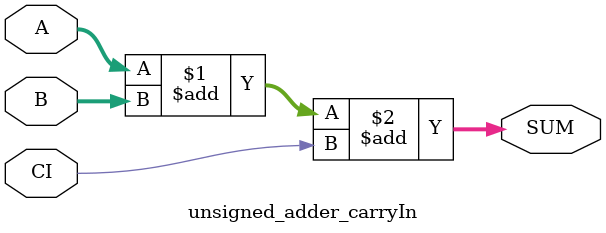
<source format=v>
`timescale 1ns / 1ps
module unsigned_adder_carryIn(
    input [7:0] A,
    input [7:0] B,
    input CI,
    output [7:0] SUM
    );
	 
	 assign SUM = A + B + CI;
endmodule

</source>
